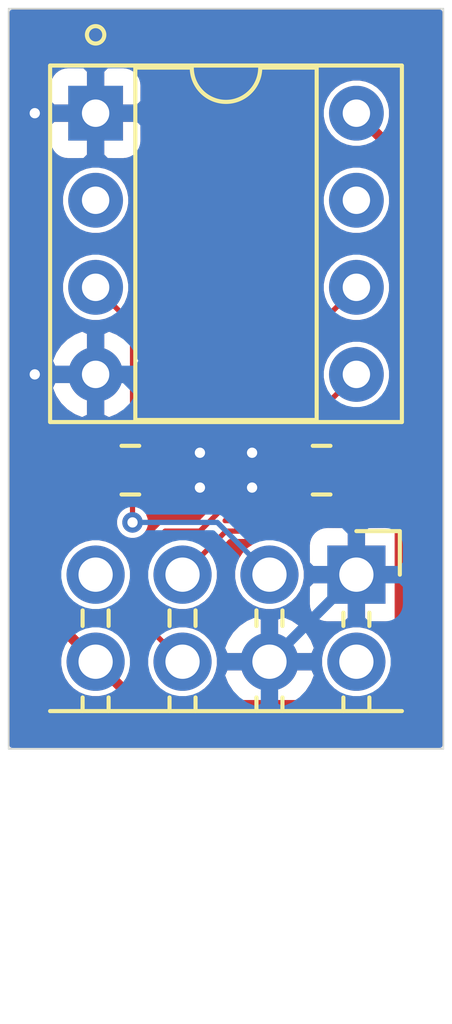
<source format=kicad_pcb>
(kicad_pcb (version 20171130) (host pcbnew "(5.1.5-0-10_14)")

  (general
    (thickness 1.6)
    (drawings 5)
    (tracks 58)
    (zones 0)
    (modules 4)
    (nets 10)
  )

  (page A4)
  (layers
    (0 F.Cu signal)
    (31 B.Cu signal)
    (32 B.Adhes user)
    (33 F.Adhes user)
    (34 B.Paste user)
    (35 F.Paste user)
    (36 B.SilkS user)
    (37 F.SilkS user)
    (38 B.Mask user)
    (39 F.Mask user)
    (40 Dwgs.User user)
    (41 Cmts.User user)
    (42 Eco1.User user)
    (43 Eco2.User user)
    (44 Edge.Cuts user)
    (45 Margin user)
    (46 B.CrtYd user)
    (47 F.CrtYd user)
    (48 B.Fab user hide)
    (49 F.Fab user hide)
  )

  (setup
    (last_trace_width 0.1524)
    (user_trace_width 0.1524)
    (user_trace_width 0.3048)
    (trace_clearance 0.1524)
    (zone_clearance 0)
    (zone_45_only no)
    (trace_min 0.1524)
    (via_size 0.6)
    (via_drill 0.3)
    (via_min_size 0.6)
    (via_min_drill 0.3)
    (user_via 0.6 0.3)
    (uvia_size 0.3)
    (uvia_drill 0.1)
    (uvias_allowed no)
    (uvia_min_size 0.2)
    (uvia_min_drill 0.1)
    (edge_width 0.05)
    (segment_width 0.2)
    (pcb_text_width 0.3)
    (pcb_text_size 1.5 1.5)
    (mod_edge_width 0.12)
    (mod_text_size 1 1)
    (mod_text_width 0.15)
    (pad_size 1.524 1.524)
    (pad_drill 0.762)
    (pad_to_mask_clearance 0.051)
    (solder_mask_min_width 0.25)
    (aux_axis_origin 0 0)
    (visible_elements FFFFFF7F)
    (pcbplotparams
      (layerselection 0x010fc_ffffffff)
      (usegerberextensions false)
      (usegerberattributes false)
      (usegerberadvancedattributes false)
      (creategerberjobfile false)
      (excludeedgelayer true)
      (linewidth 0.100000)
      (plotframeref false)
      (viasonmask false)
      (mode 1)
      (useauxorigin false)
      (hpglpennumber 1)
      (hpglpenspeed 20)
      (hpglpendiameter 15.000000)
      (psnegative false)
      (psa4output false)
      (plotreference true)
      (plotvalue true)
      (plotinvisibletext false)
      (padsonsilk false)
      (subtractmaskfromsilk false)
      (outputformat 1)
      (mirror false)
      (drillshape 0)
      (scaleselection 1)
      (outputdirectory "Gerbers/"))
  )

  (net 0 "")
  (net 1 GND)
  (net 2 +3V3)
  (net 3 "Net-(J1-Pad7)")
  (net 4 /COLD_RESET#)
  (net 5 /S_DAT)
  (net 6 /S_CLK)
  (net 7 "Net-(J1-Pad2)")
  (net 8 "Net-(U1-Pad7)")
  (net 9 "Net-(U1-Pad2)")

  (net_class Default "This is the default net class."
    (clearance 0.1524)
    (trace_width 0.1524)
    (via_dia 0.6)
    (via_drill 0.3)
    (uvia_dia 0.3)
    (uvia_drill 0.1)
    (add_net +3V3)
    (add_net /COLD_RESET#)
    (add_net /S_CLK)
    (add_net /S_DAT)
    (add_net GND)
    (add_net "Net-(J1-Pad2)")
    (add_net "Net-(J1-Pad7)")
    (add_net "Net-(U1-Pad2)")
    (add_net "Net-(U1-Pad7)")
  )

  (module connector:PinHeader_2x04_P2.54mm_Horizontal (layer F.Cu) (tedit 5EAE8D65) (tstamp 5EAE8C4C)
    (at 147.32 121.92 270)
    (descr "Through hole angled pin header, 2x04, 2.54mm pitch, 6mm pin length, double rows")
    (tags "Through hole angled pin header THT 2x04 2.54mm double row")
    (path /5EAEC905)
    (fp_text reference J1 (at -3.048 -1.524 180) (layer F.SilkS) hide
      (effects (font (size 1 1) (thickness 0.15)))
    )
    (fp_text value Conn_02x04_Counter_Clockwise (at 5.655 9.89 90) (layer F.Fab)
      (effects (font (size 1 1) (thickness 0.15)))
    )
    (fp_text user %R (at 5.31 3.81) (layer F.Fab)
      (effects (font (size 1 1) (thickness 0.15)))
    )
    (fp_line (start 13.1 -1.8) (end -1.8 -1.8) (layer F.CrtYd) (width 0.05))
    (fp_line (start 13.1 9.4) (end 13.1 -1.8) (layer F.CrtYd) (width 0.05))
    (fp_line (start -1.8 9.4) (end 13.1 9.4) (layer F.CrtYd) (width 0.05))
    (fp_line (start -1.8 -1.8) (end -1.8 9.4) (layer F.CrtYd) (width 0.05))
    (fp_line (start -1.27 -1.27) (end 0 -1.27) (layer F.SilkS) (width 0.12))
    (fp_line (start -1.27 0) (end -1.27 -1.27) (layer F.SilkS) (width 0.12))
    (fp_line (start 1.042929 8) (end 1.497071 8) (layer F.SilkS) (width 0.12))
    (fp_line (start 1.042929 7.24) (end 1.497071 7.24) (layer F.SilkS) (width 0.12))
    (fp_line (start 3.582929 8) (end 3.98 8) (layer F.SilkS) (width 0.12))
    (fp_line (start 3.582929 7.24) (end 3.98 7.24) (layer F.SilkS) (width 0.12))
    (fp_line (start 1.042929 5.46) (end 1.497071 5.46) (layer F.SilkS) (width 0.12))
    (fp_line (start 1.042929 4.7) (end 1.497071 4.7) (layer F.SilkS) (width 0.12))
    (fp_line (start 3.582929 5.46) (end 3.98 5.46) (layer F.SilkS) (width 0.12))
    (fp_line (start 3.582929 4.7) (end 3.98 4.7) (layer F.SilkS) (width 0.12))
    (fp_line (start 1.042929 2.92) (end 1.497071 2.92) (layer F.SilkS) (width 0.12))
    (fp_line (start 1.042929 2.16) (end 1.497071 2.16) (layer F.SilkS) (width 0.12))
    (fp_line (start 3.582929 2.92) (end 3.98 2.92) (layer F.SilkS) (width 0.12))
    (fp_line (start 3.582929 2.16) (end 3.98 2.16) (layer F.SilkS) (width 0.12))
    (fp_line (start 1.11 0.38) (end 1.497071 0.38) (layer F.SilkS) (width 0.12))
    (fp_line (start 1.11 -0.38) (end 1.497071 -0.38) (layer F.SilkS) (width 0.12))
    (fp_line (start 3.582929 0.38) (end 3.98 0.38) (layer F.SilkS) (width 0.12))
    (fp_line (start 3.582929 -0.38) (end 3.98 -0.38) (layer F.SilkS) (width 0.12))
    (fp_line (start 3.98 -1.33) (end 3.98 8.95) (layer F.SilkS) (width 0.12))
    (fp_line (start -0.32 7.94) (end 4.04 7.94) (layer F.Fab) (width 0.1))
    (fp_line (start -0.32 7.3) (end -0.32 7.94) (layer F.Fab) (width 0.1))
    (fp_line (start -0.32 7.3) (end 4.04 7.3) (layer F.Fab) (width 0.1))
    (fp_line (start -0.32 5.4) (end 4.04 5.4) (layer F.Fab) (width 0.1))
    (fp_line (start -0.32 4.76) (end -0.32 5.4) (layer F.Fab) (width 0.1))
    (fp_line (start -0.32 4.76) (end 4.04 4.76) (layer F.Fab) (width 0.1))
    (fp_line (start -0.32 2.86) (end 4.04 2.86) (layer F.Fab) (width 0.1))
    (fp_line (start -0.32 2.22) (end -0.32 2.86) (layer F.Fab) (width 0.1))
    (fp_line (start -0.32 2.22) (end 4.04 2.22) (layer F.Fab) (width 0.1))
    (fp_line (start -0.32 0.32) (end 4.04 0.32) (layer F.Fab) (width 0.1))
    (fp_line (start -0.32 -0.32) (end -0.32 0.32) (layer F.Fab) (width 0.1))
    (fp_line (start -0.32 -0.32) (end 4.04 -0.32) (layer F.Fab) (width 0.1))
    (fp_line (start 4.04 8.89) (end 4.04 -0.635) (layer F.Fab) (width 0.1))
    (pad 8 thru_hole oval (at 2.54 7.62 270) (size 1.7 1.7) (drill 1) (layers *.Cu *.Mask)
      (net 2 +3V3))
    (pad 7 thru_hole oval (at 0 7.62 270) (size 1.7 1.7) (drill 1) (layers *.Cu *.Mask)
      (net 3 "Net-(J1-Pad7)"))
    (pad 6 thru_hole oval (at 2.54 5.08 270) (size 1.7 1.7) (drill 1) (layers *.Cu *.Mask)
      (net 4 /COLD_RESET#))
    (pad 5 thru_hole oval (at 0 5.08 270) (size 1.7 1.7) (drill 1) (layers *.Cu *.Mask)
      (net 5 /S_DAT))
    (pad 4 thru_hole oval (at 2.54 2.54 270) (size 1.7 1.7) (drill 1) (layers *.Cu *.Mask)
      (net 1 GND))
    (pad 3 thru_hole oval (at 0 2.54 270) (size 1.7 1.7) (drill 1) (layers *.Cu *.Mask)
      (net 6 /S_CLK))
    (pad 2 thru_hole oval (at 2.54 0 270) (size 1.7 1.7) (drill 1) (layers *.Cu *.Mask)
      (net 7 "Net-(J1-Pad2)"))
    (pad 1 thru_hole rect (at 0 0 270) (size 1.7 1.7) (drill 1) (layers *.Cu *.Mask)
      (net 1 GND))
    (model ${KISYS3DMOD}/Connector_PinHeader_2.54mm.3dshapes/PinHeader_2x04_P2.54mm_Horizontal.wrl
      (at (xyz 0 0 0))
      (scale (xyz 1 1 1))
      (rotate (xyz 0 0 0))
    )
  )

  (module Package_DIP:DIP-8_W7.62mm_Socket (layer F.Cu) (tedit 5A02E8C5) (tstamp 5EAE899E)
    (at 139.7 108.458)
    (descr "8-lead though-hole mounted DIP package, row spacing 7.62 mm (300 mils), Socket")
    (tags "THT DIP DIL PDIP 2.54mm 7.62mm 300mil Socket")
    (path /5EAE906F)
    (fp_text reference U1 (at 3.81 -2.33) (layer F.SilkS) hide
      (effects (font (size 1 1) (thickness 0.15)))
    )
    (fp_text value BU9850 (at 3.81 9.95) (layer F.Fab)
      (effects (font (size 1 1) (thickness 0.15)))
    )
    (fp_text user %R (at 3.81 3.81) (layer F.Fab)
      (effects (font (size 1 1) (thickness 0.15)))
    )
    (fp_line (start 9.15 -1.6) (end -1.55 -1.6) (layer F.CrtYd) (width 0.05))
    (fp_line (start 9.15 9.2) (end 9.15 -1.6) (layer F.CrtYd) (width 0.05))
    (fp_line (start -1.55 9.2) (end 9.15 9.2) (layer F.CrtYd) (width 0.05))
    (fp_line (start -1.55 -1.6) (end -1.55 9.2) (layer F.CrtYd) (width 0.05))
    (fp_line (start 8.95 -1.39) (end -1.33 -1.39) (layer F.SilkS) (width 0.12))
    (fp_line (start 8.95 9.01) (end 8.95 -1.39) (layer F.SilkS) (width 0.12))
    (fp_line (start -1.33 9.01) (end 8.95 9.01) (layer F.SilkS) (width 0.12))
    (fp_line (start -1.33 -1.39) (end -1.33 9.01) (layer F.SilkS) (width 0.12))
    (fp_line (start 6.46 -1.33) (end 4.81 -1.33) (layer F.SilkS) (width 0.12))
    (fp_line (start 6.46 8.95) (end 6.46 -1.33) (layer F.SilkS) (width 0.12))
    (fp_line (start 1.16 8.95) (end 6.46 8.95) (layer F.SilkS) (width 0.12))
    (fp_line (start 1.16 -1.33) (end 1.16 8.95) (layer F.SilkS) (width 0.12))
    (fp_line (start 2.81 -1.33) (end 1.16 -1.33) (layer F.SilkS) (width 0.12))
    (fp_line (start 8.89 -1.33) (end -1.27 -1.33) (layer F.Fab) (width 0.1))
    (fp_line (start 8.89 8.95) (end 8.89 -1.33) (layer F.Fab) (width 0.1))
    (fp_line (start -1.27 8.95) (end 8.89 8.95) (layer F.Fab) (width 0.1))
    (fp_line (start -1.27 -1.33) (end -1.27 8.95) (layer F.Fab) (width 0.1))
    (fp_line (start 0.635 -0.27) (end 1.635 -1.27) (layer F.Fab) (width 0.1))
    (fp_line (start 0.635 8.89) (end 0.635 -0.27) (layer F.Fab) (width 0.1))
    (fp_line (start 6.985 8.89) (end 0.635 8.89) (layer F.Fab) (width 0.1))
    (fp_line (start 6.985 -1.27) (end 6.985 8.89) (layer F.Fab) (width 0.1))
    (fp_line (start 1.635 -1.27) (end 6.985 -1.27) (layer F.Fab) (width 0.1))
    (fp_arc (start 3.81 -1.33) (end 2.81 -1.33) (angle -180) (layer F.SilkS) (width 0.12))
    (pad 8 thru_hole oval (at 7.62 0) (size 1.6 1.6) (drill 0.8) (layers *.Cu *.Mask)
      (net 2 +3V3))
    (pad 4 thru_hole oval (at 0 7.62) (size 1.6 1.6) (drill 0.8) (layers *.Cu *.Mask)
      (net 1 GND))
    (pad 7 thru_hole oval (at 7.62 2.54) (size 1.6 1.6) (drill 0.8) (layers *.Cu *.Mask)
      (net 8 "Net-(U1-Pad7)"))
    (pad 3 thru_hole oval (at 0 5.08) (size 1.6 1.6) (drill 0.8) (layers *.Cu *.Mask)
      (net 6 /S_CLK))
    (pad 6 thru_hole oval (at 7.62 5.08) (size 1.6 1.6) (drill 0.8) (layers *.Cu *.Mask)
      (net 4 /COLD_RESET#))
    (pad 2 thru_hole oval (at 0 2.54) (size 1.6 1.6) (drill 0.8) (layers *.Cu *.Mask)
      (net 9 "Net-(U1-Pad2)"))
    (pad 5 thru_hole oval (at 7.62 7.62) (size 1.6 1.6) (drill 0.8) (layers *.Cu *.Mask)
      (net 5 /S_DAT))
    (pad 1 thru_hole rect (at 0 0) (size 1.6 1.6) (drill 0.8) (layers *.Cu *.Mask)
      (net 1 GND))
    (model ${KISYS3DMOD}/Package_DIP.3dshapes/DIP-8_W7.62mm_Socket.wrl
      (at (xyz 0 0 0))
      (scale (xyz 1 1 1))
      (rotate (xyz 0 0 0))
    )
  )

  (module Capacitor_SMD:C_0805_2012Metric (layer F.Cu) (tedit 5B36C52B) (tstamp 5EAE8921)
    (at 146.304 118.872 180)
    (descr "Capacitor SMD 0805 (2012 Metric), square (rectangular) end terminal, IPC_7351 nominal, (Body size source: https://docs.google.com/spreadsheets/d/1BsfQQcO9C6DZCsRaXUlFlo91Tg2WpOkGARC1WS5S8t0/edit?usp=sharing), generated with kicad-footprint-generator")
    (tags capacitor)
    (path /5EAF37C0)
    (attr smd)
    (fp_text reference C2 (at 0 -1.65) (layer F.SilkS) hide
      (effects (font (size 1 1) (thickness 0.15)))
    )
    (fp_text value 100n (at 0 1.65) (layer F.Fab)
      (effects (font (size 1 1) (thickness 0.15)))
    )
    (fp_text user %R (at 0 0) (layer F.Fab)
      (effects (font (size 0.5 0.5) (thickness 0.08)))
    )
    (fp_line (start 1.68 0.95) (end -1.68 0.95) (layer F.CrtYd) (width 0.05))
    (fp_line (start 1.68 -0.95) (end 1.68 0.95) (layer F.CrtYd) (width 0.05))
    (fp_line (start -1.68 -0.95) (end 1.68 -0.95) (layer F.CrtYd) (width 0.05))
    (fp_line (start -1.68 0.95) (end -1.68 -0.95) (layer F.CrtYd) (width 0.05))
    (fp_line (start -0.258578 0.71) (end 0.258578 0.71) (layer F.SilkS) (width 0.12))
    (fp_line (start -0.258578 -0.71) (end 0.258578 -0.71) (layer F.SilkS) (width 0.12))
    (fp_line (start 1 0.6) (end -1 0.6) (layer F.Fab) (width 0.1))
    (fp_line (start 1 -0.6) (end 1 0.6) (layer F.Fab) (width 0.1))
    (fp_line (start -1 -0.6) (end 1 -0.6) (layer F.Fab) (width 0.1))
    (fp_line (start -1 0.6) (end -1 -0.6) (layer F.Fab) (width 0.1))
    (pad 2 smd roundrect (at 0.9375 0 180) (size 0.975 1.4) (layers F.Cu F.Paste F.Mask) (roundrect_rratio 0.25)
      (net 1 GND))
    (pad 1 smd roundrect (at -0.9375 0 180) (size 0.975 1.4) (layers F.Cu F.Paste F.Mask) (roundrect_rratio 0.25)
      (net 2 +3V3))
    (model ${KISYS3DMOD}/Capacitor_SMD.3dshapes/C_0805_2012Metric.wrl
      (at (xyz 0 0 0))
      (scale (xyz 1 1 1))
      (rotate (xyz 0 0 0))
    )
  )

  (module Capacitor_SMD:C_0805_2012Metric (layer F.Cu) (tedit 5B36C52B) (tstamp 5EAE8910)
    (at 140.716 118.872)
    (descr "Capacitor SMD 0805 (2012 Metric), square (rectangular) end terminal, IPC_7351 nominal, (Body size source: https://docs.google.com/spreadsheets/d/1BsfQQcO9C6DZCsRaXUlFlo91Tg2WpOkGARC1WS5S8t0/edit?usp=sharing), generated with kicad-footprint-generator")
    (tags capacitor)
    (path /5EAF2264)
    (attr smd)
    (fp_text reference C1 (at 0 -1.65) (layer F.SilkS) hide
      (effects (font (size 1 1) (thickness 0.15)))
    )
    (fp_text value 2u2 (at 0 1.65) (layer F.Fab)
      (effects (font (size 1 1) (thickness 0.15)))
    )
    (fp_text user %R (at 0 0) (layer F.Fab)
      (effects (font (size 0.5 0.5) (thickness 0.08)))
    )
    (fp_line (start 1.68 0.95) (end -1.68 0.95) (layer F.CrtYd) (width 0.05))
    (fp_line (start 1.68 -0.95) (end 1.68 0.95) (layer F.CrtYd) (width 0.05))
    (fp_line (start -1.68 -0.95) (end 1.68 -0.95) (layer F.CrtYd) (width 0.05))
    (fp_line (start -1.68 0.95) (end -1.68 -0.95) (layer F.CrtYd) (width 0.05))
    (fp_line (start -0.258578 0.71) (end 0.258578 0.71) (layer F.SilkS) (width 0.12))
    (fp_line (start -0.258578 -0.71) (end 0.258578 -0.71) (layer F.SilkS) (width 0.12))
    (fp_line (start 1 0.6) (end -1 0.6) (layer F.Fab) (width 0.1))
    (fp_line (start 1 -0.6) (end 1 0.6) (layer F.Fab) (width 0.1))
    (fp_line (start -1 -0.6) (end 1 -0.6) (layer F.Fab) (width 0.1))
    (fp_line (start -1 0.6) (end -1 -0.6) (layer F.Fab) (width 0.1))
    (pad 2 smd roundrect (at 0.9375 0) (size 0.975 1.4) (layers F.Cu F.Paste F.Mask) (roundrect_rratio 0.25)
      (net 1 GND))
    (pad 1 smd roundrect (at -0.9375 0) (size 0.975 1.4) (layers F.Cu F.Paste F.Mask) (roundrect_rratio 0.25)
      (net 2 +3V3))
    (model ${KISYS3DMOD}/Capacitor_SMD.3dshapes/C_0805_2012Metric.wrl
      (at (xyz 0 0 0))
      (scale (xyz 1 1 1))
      (rotate (xyz 0 0 0))
    )
  )

  (gr_circle (center 139.7 106.172) (end 139.954 106.172) (layer F.SilkS) (width 0.12))
  (gr_line (start 137.16 105.41) (end 137.16 127) (layer Edge.Cuts) (width 0.05) (tstamp 5EAE9978))
  (gr_line (start 149.86 105.41) (end 137.16 105.41) (layer Edge.Cuts) (width 0.05))
  (gr_line (start 149.86 127) (end 149.86 105.41) (layer Edge.Cuts) (width 0.05))
  (gr_line (start 137.16 127) (end 149.86 127) (layer Edge.Cuts) (width 0.05))

  (via (at 137.922 116.078) (size 0.6) (drill 0.3) (layers F.Cu B.Cu) (net 1))
  (via (at 137.922 108.458) (size 0.6) (drill 0.3) (layers F.Cu B.Cu) (net 1))
  (via (at 142.748 118.364) (size 0.6) (drill 0.3) (layers F.Cu B.Cu) (net 1))
  (via (at 142.748 119.38) (size 0.6) (drill 0.3) (layers F.Cu B.Cu) (net 1))
  (via (at 144.272 118.364) (size 0.6) (drill 0.3) (layers F.Cu B.Cu) (net 1))
  (via (at 144.272 119.38) (size 0.6) (drill 0.3) (layers F.Cu B.Cu) (net 1))
  (segment (start 142.748 118.364) (end 142.24 118.872) (width 0.3048) (layer F.Cu) (net 1))
  (segment (start 142.24 118.872) (end 142.748 119.38) (width 0.3048) (layer F.Cu) (net 1))
  (segment (start 142.24 118.872) (end 141.6535 118.872) (width 0.3048) (layer F.Cu) (net 1))
  (segment (start 144.272 118.364) (end 144.78 118.872) (width 0.3048) (layer F.Cu) (net 1))
  (segment (start 144.78 118.872) (end 144.272 119.38) (width 0.3048) (layer F.Cu) (net 1))
  (segment (start 144.78 118.872) (end 145.3665 118.872) (width 0.3048) (layer F.Cu) (net 1))
  (segment (start 137.922 108.458) (end 139.7 108.458) (width 0.3048) (layer F.Cu) (net 1))
  (segment (start 137.922 116.078) (end 139.7 116.078) (width 0.3048) (layer F.Cu) (net 1))
  (segment (start 142.748 118.364) (end 144.272 118.364) (width 0.3048) (layer B.Cu) (net 1))
  (segment (start 140.462 116.078) (end 139.7 116.078) (width 0.3048) (layer B.Cu) (net 1))
  (segment (start 142.748 118.364) (end 140.462 116.078) (width 0.3048) (layer B.Cu) (net 1))
  (segment (start 144.272 119.804264) (end 144.863736 120.396) (width 0.3048) (layer B.Cu) (net 1))
  (segment (start 144.272 119.38) (end 144.272 119.804264) (width 0.3048) (layer B.Cu) (net 1))
  (segment (start 147.32 120.7652) (end 147.32 121.92) (width 0.3048) (layer B.Cu) (net 1))
  (segment (start 146.9508 120.396) (end 147.32 120.7652) (width 0.3048) (layer B.Cu) (net 1))
  (segment (start 144.863736 120.396) (end 146.9508 120.396) (width 0.3048) (layer B.Cu) (net 1))
  (segment (start 147.32 121.92) (end 144.78 124.46) (width 0.3048) (layer B.Cu) (net 1))
  (segment (start 138.43 120.2205) (end 139.7785 118.872) (width 0.3048) (layer F.Cu) (net 2))
  (segment (start 138.43 123.19) (end 138.43 120.2205) (width 0.3048) (layer F.Cu) (net 2))
  (segment (start 139.7 124.46) (end 138.43 123.19) (width 0.3048) (layer F.Cu) (net 2))
  (segment (start 140.549999 125.309999) (end 139.7 124.46) (width 0.3048) (layer F.Cu) (net 2))
  (segment (start 147.828 125.73) (end 140.97 125.73) (width 0.3048) (layer F.Cu) (net 2))
  (segment (start 148.59 124.968) (end 147.828 125.73) (width 0.3048) (layer F.Cu) (net 2))
  (segment (start 140.97 125.73) (end 140.549999 125.309999) (width 0.3048) (layer F.Cu) (net 2))
  (segment (start 148.59 120.2205) (end 148.59 124.968) (width 0.3048) (layer F.Cu) (net 2))
  (segment (start 147.2415 118.872) (end 148.59 120.2205) (width 0.3048) (layer F.Cu) (net 2))
  (segment (start 148.119999 109.257999) (end 147.32 108.458) (width 0.3048) (layer F.Cu) (net 2))
  (segment (start 148.59 109.728) (end 148.119999 109.257999) (width 0.3048) (layer F.Cu) (net 2))
  (segment (start 147.2415 118.172) (end 148.59 116.8235) (width 0.3048) (layer F.Cu) (net 2))
  (segment (start 148.59 116.8235) (end 148.59 109.728) (width 0.3048) (layer F.Cu) (net 2))
  (segment (start 147.2415 118.872) (end 147.2415 118.172) (width 0.3048) (layer F.Cu) (net 2))
  (segment (start 141.390001 123.610001) (end 142.24 124.46) (width 0.1524) (layer F.Cu) (net 4))
  (segment (start 140.97 123.19) (end 141.390001 123.610001) (width 0.1524) (layer F.Cu) (net 4))
  (segment (start 140.97 121.412) (end 140.97 123.19) (width 0.1524) (layer F.Cu) (net 4))
  (segment (start 147.32 113.538) (end 143.51 117.348) (width 0.1524) (layer F.Cu) (net 4))
  (segment (start 143.51 117.348) (end 143.51 119.888) (width 0.1524) (layer F.Cu) (net 4))
  (segment (start 141.732 120.65) (end 140.97 121.412) (width 0.1524) (layer F.Cu) (net 4))
  (segment (start 142.748 120.65) (end 141.732 120.65) (width 0.1524) (layer F.Cu) (net 4))
  (segment (start 143.51 119.888) (end 142.748 120.65) (width 0.1524) (layer F.Cu) (net 4))
  (segment (start 143.51 120.65) (end 143.089999 121.070001) (width 0.1524) (layer F.Cu) (net 5))
  (segment (start 145.542 120.65) (end 143.51 120.65) (width 0.1524) (layer F.Cu) (net 5))
  (segment (start 146.304 119.888) (end 145.542 120.65) (width 0.1524) (layer F.Cu) (net 5))
  (segment (start 143.089999 121.070001) (end 142.24 121.92) (width 0.1524) (layer F.Cu) (net 5))
  (segment (start 146.304 117.094) (end 146.304 119.888) (width 0.1524) (layer F.Cu) (net 5))
  (segment (start 147.32 116.078) (end 146.304 117.094) (width 0.1524) (layer F.Cu) (net 5))
  (segment (start 140.499999 114.337999) (end 139.7 113.538) (width 0.1524) (layer F.Cu) (net 6))
  (segment (start 140.778601 114.616601) (end 140.499999 114.337999) (width 0.1524) (layer F.Cu) (net 6))
  (segment (start 140.778601 120.396) (end 140.778601 120.396) (width 0.1524) (layer F.Cu) (net 6))
  (segment (start 140.778601 120.396) (end 140.778601 114.616601) (width 0.1524) (layer F.Cu) (net 6) (tstamp 5EAE942D))
  (via (at 140.778601 120.396) (size 0.6) (drill 0.3) (layers F.Cu B.Cu) (net 6))
  (segment (start 143.256 120.396) (end 144.78 121.92) (width 0.1524) (layer B.Cu) (net 6))
  (segment (start 140.778601 120.396) (end 143.256 120.396) (width 0.1524) (layer B.Cu) (net 6))

  (zone (net 1) (net_name GND) (layer F.Cu) (tstamp 5EB221BA) (hatch edge 0.508)
    (connect_pads (clearance 0))
    (min_thickness 0.1524)
    (fill yes (arc_segments 32) (thermal_gap 0.508) (thermal_bridge_width 0.508))
    (polygon
      (pts
        (xy 150.114 127.254) (xy 136.906 127.254) (xy 136.906 105.156) (xy 150.114 105.156)
      )
    )
    (filled_polygon
      (pts
        (xy 149.7588 126.8988) (xy 137.2612 126.8988) (xy 137.2612 120.2205) (xy 138.047157 120.2205) (xy 138.049001 120.23922)
        (xy 138.049 123.17129) (xy 138.047157 123.19) (xy 138.049 123.20871) (xy 138.049 123.208712) (xy 138.054513 123.264688)
        (xy 138.067411 123.307206) (xy 138.076299 123.336507) (xy 138.111678 123.402696) (xy 138.113616 123.405057) (xy 138.159289 123.460711)
        (xy 138.173832 123.472646) (xy 138.71666 124.015475) (xy 138.66285 124.145384) (xy 138.6214 124.353767) (xy 138.6214 124.566233)
        (xy 138.66285 124.774616) (xy 138.744157 124.970909) (xy 138.862197 125.147567) (xy 139.012433 125.297803) (xy 139.189091 125.415843)
        (xy 139.385384 125.49715) (xy 139.593767 125.5386) (xy 139.806233 125.5386) (xy 140.014616 125.49715) (xy 140.144525 125.44334)
        (xy 140.293823 125.592638) (xy 140.293828 125.592642) (xy 140.687359 125.986173) (xy 140.699289 126.000711) (xy 140.713824 126.012639)
        (xy 140.757303 126.048322) (xy 140.823492 126.083701) (xy 140.895311 126.105487) (xy 140.951287 126.111) (xy 140.951289 126.111)
        (xy 140.969999 126.112843) (xy 140.988709 126.111) (xy 147.80929 126.111) (xy 147.828 126.112843) (xy 147.84671 126.111)
        (xy 147.846713 126.111) (xy 147.902689 126.105487) (xy 147.974508 126.083701) (xy 148.040696 126.048322) (xy 148.098711 126.000711)
        (xy 148.110646 125.986168) (xy 148.846174 125.250641) (xy 148.860711 125.238711) (xy 148.88425 125.210028) (xy 148.908322 125.180697)
        (xy 148.943701 125.114508) (xy 148.94892 125.097302) (xy 148.965487 125.042689) (xy 148.971 124.986713) (xy 148.971 124.98671)
        (xy 148.972843 124.968) (xy 148.971 124.94929) (xy 148.971 120.23921) (xy 148.972843 120.2205) (xy 148.968798 120.179432)
        (xy 148.965487 120.145811) (xy 148.943701 120.073992) (xy 148.935237 120.058157) (xy 148.908322 120.007803) (xy 148.872639 119.964324)
        (xy 148.860711 119.949789) (xy 148.846175 119.93786) (xy 147.958706 119.050392) (xy 147.958706 118.41575) (xy 147.949609 118.323383)
        (xy 147.922666 118.234566) (xy 147.878914 118.152712) (xy 147.843164 118.10915) (xy 148.846175 117.10614) (xy 148.860711 117.094211)
        (xy 148.884651 117.06504) (xy 148.908322 117.036197) (xy 148.943701 116.970008) (xy 148.945116 116.965344) (xy 148.965487 116.898189)
        (xy 148.971 116.842213) (xy 148.971 116.84221) (xy 148.972843 116.8235) (xy 148.971 116.80479) (xy 148.971 109.74671)
        (xy 148.972843 109.728) (xy 148.969706 109.69615) (xy 148.965487 109.653311) (xy 148.943701 109.581492) (xy 148.921864 109.540638)
        (xy 148.908322 109.515303) (xy 148.872639 109.471824) (xy 148.860711 109.457289) (xy 148.846173 109.445359) (xy 148.402642 109.001828)
        (xy 148.402638 109.001823) (xy 148.265072 108.864257) (xy 148.309072 108.758032) (xy 148.3486 108.559308) (xy 148.3486 108.356692)
        (xy 148.309072 108.157968) (xy 148.231534 107.970775) (xy 148.118966 107.802306) (xy 147.975694 107.659034) (xy 147.807225 107.546466)
        (xy 147.620032 107.468928) (xy 147.421308 107.4294) (xy 147.218692 107.4294) (xy 147.019968 107.468928) (xy 146.832775 107.546466)
        (xy 146.664306 107.659034) (xy 146.521034 107.802306) (xy 146.408466 107.970775) (xy 146.330928 108.157968) (xy 146.2914 108.356692)
        (xy 146.2914 108.559308) (xy 146.330928 108.758032) (xy 146.408466 108.945225) (xy 146.521034 109.113694) (xy 146.664306 109.256966)
        (xy 146.832775 109.369534) (xy 147.019968 109.447072) (xy 147.218692 109.4866) (xy 147.421308 109.4866) (xy 147.620032 109.447072)
        (xy 147.726257 109.403072) (xy 147.863823 109.540638) (xy 147.863828 109.540642) (xy 148.209001 109.885816) (xy 148.209001 110.477052)
        (xy 148.118966 110.342306) (xy 147.975694 110.199034) (xy 147.807225 110.086466) (xy 147.620032 110.008928) (xy 147.421308 109.9694)
        (xy 147.218692 109.9694) (xy 147.019968 110.008928) (xy 146.832775 110.086466) (xy 146.664306 110.199034) (xy 146.521034 110.342306)
        (xy 146.408466 110.510775) (xy 146.330928 110.697968) (xy 146.2914 110.896692) (xy 146.2914 111.099308) (xy 146.330928 111.298032)
        (xy 146.408466 111.485225) (xy 146.521034 111.653694) (xy 146.664306 111.796966) (xy 146.832775 111.909534) (xy 147.019968 111.987072)
        (xy 147.218692 112.0266) (xy 147.421308 112.0266) (xy 147.620032 111.987072) (xy 147.807225 111.909534) (xy 147.975694 111.796966)
        (xy 148.118966 111.653694) (xy 148.209001 111.518948) (xy 148.209001 113.017051) (xy 148.118966 112.882306) (xy 147.975694 112.739034)
        (xy 147.807225 112.626466) (xy 147.620032 112.548928) (xy 147.421308 112.5094) (xy 147.218692 112.5094) (xy 147.019968 112.548928)
        (xy 146.832775 112.626466) (xy 146.664306 112.739034) (xy 146.521034 112.882306) (xy 146.408466 113.050775) (xy 146.330928 113.237968)
        (xy 146.2914 113.436692) (xy 146.2914 113.639308) (xy 146.330928 113.838032) (xy 146.406491 114.020457) (xy 143.305061 117.121888)
        (xy 143.293432 117.131432) (xy 143.255342 117.177844) (xy 143.22704 117.230795) (xy 143.209611 117.28825) (xy 143.2052 117.333035)
        (xy 143.2052 117.333042) (xy 143.203727 117.348) (xy 143.2052 117.362958) (xy 143.205201 119.761747) (xy 142.621749 120.3452)
        (xy 141.746958 120.3452) (xy 141.732 120.343727) (xy 141.717042 120.3452) (xy 141.717034 120.3452) (xy 141.677403 120.349103)
        (xy 141.672248 120.349611) (xy 141.614903 120.367007) (xy 141.614794 120.36704) (xy 141.561843 120.395342) (xy 141.515432 120.433432)
        (xy 141.505892 120.445056) (xy 140.765061 121.185888) (xy 140.753432 121.195432) (xy 140.715342 121.241844) (xy 140.68704 121.294795)
        (xy 140.669611 121.35225) (xy 140.6652 121.397035) (xy 140.6652 121.397042) (xy 140.663727 121.412) (xy 140.6652 121.426958)
        (xy 140.6652 121.431681) (xy 140.655843 121.409091) (xy 140.537803 121.232433) (xy 140.387567 121.082197) (xy 140.210909 120.964157)
        (xy 140.014616 120.88285) (xy 139.806233 120.8414) (xy 139.593767 120.8414) (xy 139.385384 120.88285) (xy 139.189091 120.964157)
        (xy 139.012433 121.082197) (xy 138.862197 121.232433) (xy 138.811 121.309054) (xy 138.811 120.378314) (xy 139.407337 119.781978)
        (xy 139.442383 119.792609) (xy 139.53475 119.801706) (xy 140.02225 119.801706) (xy 140.114617 119.792609) (xy 140.203434 119.765666)
        (xy 140.285288 119.721914) (xy 140.357034 119.663034) (xy 140.415914 119.591288) (xy 140.459666 119.509434) (xy 140.473801 119.462838)
        (xy 140.473801 119.963918) (xy 140.441638 119.985409) (xy 140.36801 120.059037) (xy 140.310161 120.145614) (xy 140.270314 120.241813)
        (xy 140.250001 120.343937) (xy 140.250001 120.448063) (xy 140.270314 120.550187) (xy 140.310161 120.646386) (xy 140.36801 120.732963)
        (xy 140.441638 120.806591) (xy 140.528215 120.86444) (xy 140.624414 120.904287) (xy 140.726538 120.9246) (xy 140.830664 120.9246)
        (xy 140.932788 120.904287) (xy 141.028987 120.86444) (xy 141.115564 120.806591) (xy 141.189192 120.732963) (xy 141.247041 120.646386)
        (xy 141.286888 120.550187) (xy 141.307201 120.448063) (xy 141.307201 120.343937) (xy 141.286888 120.241813) (xy 141.251982 120.157542)
        (xy 141.32965 120.1562) (xy 141.4757 120.01015) (xy 141.4757 119.0498) (xy 141.8313 119.0498) (xy 141.8313 120.01015)
        (xy 141.97735 120.1562) (xy 142.141 120.159027) (xy 142.255523 120.147747) (xy 142.365646 120.114342) (xy 142.467135 120.060095)
        (xy 142.556091 119.987091) (xy 142.629095 119.898135) (xy 142.683342 119.796646) (xy 142.716747 119.686523) (xy 142.728027 119.572)
        (xy 142.7252 119.19585) (xy 142.57915 119.0498) (xy 141.8313 119.0498) (xy 141.4757 119.0498) (xy 141.4557 119.0498)
        (xy 141.4557 118.6942) (xy 141.4757 118.6942) (xy 141.4757 117.73385) (xy 141.8313 117.73385) (xy 141.8313 118.6942)
        (xy 142.57915 118.6942) (xy 142.7252 118.54815) (xy 142.728027 118.172) (xy 142.716747 118.057477) (xy 142.683342 117.947354)
        (xy 142.629095 117.845865) (xy 142.556091 117.756909) (xy 142.467135 117.683905) (xy 142.365646 117.629658) (xy 142.255523 117.596253)
        (xy 142.141 117.584973) (xy 141.97735 117.5878) (xy 141.8313 117.73385) (xy 141.4757 117.73385) (xy 141.32965 117.5878)
        (xy 141.166 117.584973) (xy 141.083401 117.593109) (xy 141.083401 114.631559) (xy 141.084874 114.616601) (xy 141.083401 114.601643)
        (xy 141.083401 114.601635) (xy 141.07899 114.55685) (xy 141.078298 114.554567) (xy 141.061561 114.499395) (xy 141.033259 114.446444)
        (xy 140.995169 114.400033) (xy 140.983545 114.390493) (xy 140.726111 114.13306) (xy 140.726107 114.133055) (xy 140.613509 114.020457)
        (xy 140.689072 113.838032) (xy 140.7286 113.639308) (xy 140.7286 113.436692) (xy 140.689072 113.237968) (xy 140.611534 113.050775)
        (xy 140.498966 112.882306) (xy 140.355694 112.739034) (xy 140.187225 112.626466) (xy 140.000032 112.548928) (xy 139.801308 112.5094)
        (xy 139.598692 112.5094) (xy 139.399968 112.548928) (xy 139.212775 112.626466) (xy 139.044306 112.739034) (xy 138.901034 112.882306)
        (xy 138.788466 113.050775) (xy 138.710928 113.237968) (xy 138.6714 113.436692) (xy 138.6714 113.639308) (xy 138.710928 113.838032)
        (xy 138.788466 114.025225) (xy 138.901034 114.193694) (xy 139.044306 114.336966) (xy 139.212775 114.449534) (xy 139.399968 114.527072)
        (xy 139.598692 114.5666) (xy 139.801308 114.5666) (xy 140.000032 114.527072) (xy 140.182457 114.451509) (xy 140.295055 114.564107)
        (xy 140.29506 114.564111) (xy 140.473802 114.742854) (xy 140.473802 114.938115) (xy 140.341939 114.851646) (xy 140.090355 114.749974)
        (xy 139.8778 114.851309) (xy 139.8778 115.9002) (xy 140.473802 115.9002) (xy 140.473802 116.2558) (xy 139.8778 116.2558)
        (xy 139.8778 117.304691) (xy 140.090355 117.406026) (xy 140.341939 117.304354) (xy 140.473802 117.217885) (xy 140.473801 118.281163)
        (xy 140.459666 118.234566) (xy 140.415914 118.152712) (xy 140.357034 118.080966) (xy 140.285288 118.022086) (xy 140.203434 117.978334)
        (xy 140.114617 117.951391) (xy 140.02225 117.942294) (xy 139.53475 117.942294) (xy 139.442383 117.951391) (xy 139.353566 117.978334)
        (xy 139.271712 118.022086) (xy 139.199966 118.080966) (xy 139.141086 118.152712) (xy 139.097334 118.234566) (xy 139.070391 118.323383)
        (xy 139.061294 118.41575) (xy 139.061294 119.050391) (xy 138.173827 119.937859) (xy 138.15929 119.949789) (xy 138.147362 119.964324)
        (xy 138.147361 119.964325) (xy 138.111678 120.007804) (xy 138.076299 120.073993) (xy 138.07108 120.0912) (xy 138.055471 120.142658)
        (xy 138.054514 120.145812) (xy 138.047157 120.2205) (xy 137.2612 120.2205) (xy 137.2612 116.468354) (xy 138.371982 116.468354)
        (xy 138.378917 116.491244) (xy 138.484921 116.741034) (xy 138.63762 116.965344) (xy 138.831146 117.155554) (xy 139.058061 117.304354)
        (xy 139.309645 117.406026) (xy 139.5222 117.304691) (xy 139.5222 116.2558) (xy 138.474683 116.2558) (xy 138.371982 116.468354)
        (xy 137.2612 116.468354) (xy 137.2612 115.687646) (xy 138.371982 115.687646) (xy 138.474683 115.9002) (xy 139.5222 115.9002)
        (xy 139.5222 114.851309) (xy 139.309645 114.749974) (xy 139.058061 114.851646) (xy 138.831146 115.000446) (xy 138.63762 115.190656)
        (xy 138.484921 115.414966) (xy 138.378917 115.664756) (xy 138.371982 115.687646) (xy 137.2612 115.687646) (xy 137.2612 110.896692)
        (xy 138.6714 110.896692) (xy 138.6714 111.099308) (xy 138.710928 111.298032) (xy 138.788466 111.485225) (xy 138.901034 111.653694)
        (xy 139.044306 111.796966) (xy 139.212775 111.909534) (xy 139.399968 111.987072) (xy 139.598692 112.0266) (xy 139.801308 112.0266)
        (xy 140.000032 111.987072) (xy 140.187225 111.909534) (xy 140.355694 111.796966) (xy 140.498966 111.653694) (xy 140.611534 111.485225)
        (xy 140.689072 111.298032) (xy 140.7286 111.099308) (xy 140.7286 110.896692) (xy 140.689072 110.697968) (xy 140.611534 110.510775)
        (xy 140.498966 110.342306) (xy 140.355694 110.199034) (xy 140.187225 110.086466) (xy 140.000032 110.008928) (xy 139.801308 109.9694)
        (xy 139.598692 109.9694) (xy 139.399968 110.008928) (xy 139.212775 110.086466) (xy 139.044306 110.199034) (xy 138.901034 110.342306)
        (xy 138.788466 110.510775) (xy 138.710928 110.697968) (xy 138.6714 110.896692) (xy 137.2612 110.896692) (xy 137.2612 109.258)
        (xy 138.312973 109.258) (xy 138.324253 109.372523) (xy 138.357658 109.482646) (xy 138.411905 109.584135) (xy 138.484909 109.673091)
        (xy 138.573865 109.746095) (xy 138.675354 109.800342) (xy 138.785477 109.833747) (xy 138.9 109.845027) (xy 139.37615 109.8422)
        (xy 139.5222 109.69615) (xy 139.5222 108.6358) (xy 139.8778 108.6358) (xy 139.8778 109.69615) (xy 140.02385 109.8422)
        (xy 140.5 109.845027) (xy 140.614523 109.833747) (xy 140.724646 109.800342) (xy 140.826135 109.746095) (xy 140.915091 109.673091)
        (xy 140.988095 109.584135) (xy 141.042342 109.482646) (xy 141.075747 109.372523) (xy 141.087027 109.258) (xy 141.0842 108.78185)
        (xy 140.93815 108.6358) (xy 139.8778 108.6358) (xy 139.5222 108.6358) (xy 138.46185 108.6358) (xy 138.3158 108.78185)
        (xy 138.312973 109.258) (xy 137.2612 109.258) (xy 137.2612 107.658) (xy 138.312973 107.658) (xy 138.3158 108.13415)
        (xy 138.46185 108.2802) (xy 139.5222 108.2802) (xy 139.5222 107.21985) (xy 139.8778 107.21985) (xy 139.8778 108.2802)
        (xy 140.93815 108.2802) (xy 141.0842 108.13415) (xy 141.087027 107.658) (xy 141.075747 107.543477) (xy 141.042342 107.433354)
        (xy 140.988095 107.331865) (xy 140.915091 107.242909) (xy 140.826135 107.169905) (xy 140.724646 107.115658) (xy 140.614523 107.082253)
        (xy 140.5 107.070973) (xy 140.02385 107.0738) (xy 139.8778 107.21985) (xy 139.5222 107.21985) (xy 139.37615 107.0738)
        (xy 138.9 107.070973) (xy 138.785477 107.082253) (xy 138.675354 107.115658) (xy 138.573865 107.169905) (xy 138.484909 107.242909)
        (xy 138.411905 107.331865) (xy 138.357658 107.433354) (xy 138.324253 107.543477) (xy 138.312973 107.658) (xy 137.2612 107.658)
        (xy 137.2612 105.5112) (xy 149.758801 105.5112)
      )
    )
    (filled_polygon
      (pts
        (xy 146.662966 119.663034) (xy 146.734712 119.721914) (xy 146.816566 119.765666) (xy 146.905383 119.792609) (xy 146.99775 119.801706)
        (xy 147.48525 119.801706) (xy 147.577617 119.792609) (xy 147.612663 119.781978) (xy 148.209 120.378315) (xy 148.209 120.486814)
        (xy 148.17 120.482973) (xy 147.64385 120.4858) (xy 147.4978 120.63185) (xy 147.4978 121.7422) (xy 147.5178 121.7422)
        (xy 147.5178 122.0978) (xy 147.4978 122.0978) (xy 147.4978 123.20815) (xy 147.64385 123.3542) (xy 148.17 123.357027)
        (xy 148.209001 123.353186) (xy 148.209001 123.849055) (xy 148.157803 123.772433) (xy 148.007567 123.622197) (xy 147.830909 123.504157)
        (xy 147.634616 123.42285) (xy 147.426233 123.3814) (xy 147.213767 123.3814) (xy 147.005384 123.42285) (xy 146.809091 123.504157)
        (xy 146.632433 123.622197) (xy 146.482197 123.772433) (xy 146.364157 123.949091) (xy 146.28285 124.145384) (xy 146.2414 124.353767)
        (xy 146.2414 124.566233) (xy 146.28285 124.774616) (xy 146.364157 124.970909) (xy 146.482197 125.147567) (xy 146.632433 125.297803)
        (xy 146.709054 125.349) (xy 145.904548 125.349) (xy 146.053641 125.119385) (xy 146.157808 124.85824) (xy 146.057093 124.6378)
        (xy 144.9578 124.6378) (xy 144.9578 124.6578) (xy 144.6022 124.6578) (xy 144.6022 124.6378) (xy 143.502907 124.6378)
        (xy 143.402192 124.85824) (xy 143.506359 125.119385) (xy 143.655452 125.349) (xy 142.850946 125.349) (xy 142.927567 125.297803)
        (xy 143.077803 125.147567) (xy 143.195843 124.970909) (xy 143.27715 124.774616) (xy 143.3186 124.566233) (xy 143.3186 124.353767)
        (xy 143.27715 124.145384) (xy 143.242512 124.06176) (xy 143.402192 124.06176) (xy 143.502907 124.2822) (xy 144.6022 124.2822)
        (xy 144.6022 123.18418) (xy 144.9578 123.18418) (xy 144.9578 124.2822) (xy 146.057093 124.2822) (xy 146.157808 124.06176)
        (xy 146.053641 123.800615) (xy 145.900529 123.56481) (xy 145.704355 123.363406) (xy 145.472659 123.204144) (xy 145.214344 123.093144)
        (xy 145.178239 123.082199) (xy 144.9578 123.18418) (xy 144.6022 123.18418) (xy 144.381761 123.082199) (xy 144.345656 123.093144)
        (xy 144.087341 123.204144) (xy 143.855645 123.363406) (xy 143.659471 123.56481) (xy 143.506359 123.800615) (xy 143.402192 124.06176)
        (xy 143.242512 124.06176) (xy 143.195843 123.949091) (xy 143.077803 123.772433) (xy 142.927567 123.622197) (xy 142.750909 123.504157)
        (xy 142.554616 123.42285) (xy 142.346233 123.3814) (xy 142.133767 123.3814) (xy 141.925384 123.42285) (xy 141.729091 123.504157)
        (xy 141.720769 123.509718) (xy 141.616113 123.405062) (xy 141.616109 123.405057) (xy 141.2748 123.063749) (xy 141.2748 122.408319)
        (xy 141.284157 122.430909) (xy 141.402197 122.607567) (xy 141.552433 122.757803) (xy 141.729091 122.875843) (xy 141.925384 122.95715)
        (xy 142.133767 122.9986) (xy 142.346233 122.9986) (xy 142.554616 122.95715) (xy 142.750909 122.875843) (xy 142.927567 122.757803)
        (xy 143.077803 122.607567) (xy 143.195843 122.430909) (xy 143.27715 122.234616) (xy 143.3186 122.026233) (xy 143.3186 121.813767)
        (xy 143.27715 121.605384) (xy 143.195843 121.409091) (xy 143.190283 121.400769) (xy 143.316107 121.274945) (xy 143.316111 121.27494)
        (xy 143.636252 120.9548) (xy 144.291681 120.9548) (xy 144.269091 120.964157) (xy 144.092433 121.082197) (xy 143.942197 121.232433)
        (xy 143.824157 121.409091) (xy 143.74285 121.605384) (xy 143.7014 121.813767) (xy 143.7014 122.026233) (xy 143.74285 122.234616)
        (xy 143.824157 122.430909) (xy 143.942197 122.607567) (xy 144.092433 122.757803) (xy 144.269091 122.875843) (xy 144.465384 122.95715)
        (xy 144.673767 122.9986) (xy 144.886233 122.9986) (xy 145.094616 122.95715) (xy 145.290909 122.875843) (xy 145.449313 122.77)
        (xy 145.882973 122.77) (xy 145.894253 122.884523) (xy 145.927658 122.994646) (xy 145.981905 123.096135) (xy 146.054909 123.185091)
        (xy 146.143865 123.258095) (xy 146.245354 123.312342) (xy 146.355477 123.345747) (xy 146.47 123.357027) (xy 146.99615 123.3542)
        (xy 147.1422 123.20815) (xy 147.1422 122.0978) (xy 146.03185 122.0978) (xy 145.8858 122.24385) (xy 145.882973 122.77)
        (xy 145.449313 122.77) (xy 145.467567 122.757803) (xy 145.617803 122.607567) (xy 145.735843 122.430909) (xy 145.81715 122.234616)
        (xy 145.8586 122.026233) (xy 145.8586 121.813767) (xy 145.81715 121.605384) (xy 145.735843 121.409091) (xy 145.617803 121.232433)
        (xy 145.467567 121.082197) (xy 145.449314 121.07) (xy 145.882973 121.07) (xy 145.8858 121.59615) (xy 146.03185 121.7422)
        (xy 147.1422 121.7422) (xy 147.1422 120.63185) (xy 146.99615 120.4858) (xy 146.47 120.482973) (xy 146.355477 120.494253)
        (xy 146.245354 120.527658) (xy 146.143865 120.581905) (xy 146.054909 120.654909) (xy 145.981905 120.743865) (xy 145.927658 120.845354)
        (xy 145.894253 120.955477) (xy 145.882973 121.07) (xy 145.449314 121.07) (xy 145.290909 120.964157) (xy 145.268319 120.9548)
        (xy 145.527042 120.9548) (xy 145.542 120.956273) (xy 145.556958 120.9548) (xy 145.556966 120.9548) (xy 145.601751 120.950389)
        (xy 145.659206 120.93296) (xy 145.712157 120.904658) (xy 145.758568 120.866568) (xy 145.768112 120.854939) (xy 146.508944 120.114108)
        (xy 146.520568 120.104568) (xy 146.558658 120.058157) (xy 146.58696 120.005206) (xy 146.592455 119.987091) (xy 146.604389 119.947752)
        (xy 146.604897 119.942597) (xy 146.6088 119.902966) (xy 146.6088 119.902958) (xy 146.610273 119.888) (xy 146.6088 119.873042)
        (xy 146.6088 119.597032)
      )
    )
    (filled_polygon
      (pts
        (xy 148.209 115.557051) (xy 148.118966 115.422306) (xy 147.975694 115.279034) (xy 147.807225 115.166466) (xy 147.620032 115.088928)
        (xy 147.421308 115.0494) (xy 147.218692 115.0494) (xy 147.019968 115.088928) (xy 146.832775 115.166466) (xy 146.664306 115.279034)
        (xy 146.521034 115.422306) (xy 146.408466 115.590775) (xy 146.330928 115.777968) (xy 146.2914 115.976692) (xy 146.2914 116.179308)
        (xy 146.330928 116.378032) (xy 146.406491 116.560457) (xy 146.099061 116.867888) (xy 146.087432 116.877432) (xy 146.049342 116.923844)
        (xy 146.02104 116.976795) (xy 146.003611 117.03425) (xy 145.9992 117.079035) (xy 145.9992 117.079042) (xy 145.997727 117.094)
        (xy 145.9992 117.108958) (xy 145.9992 117.605559) (xy 145.968523 117.596253) (xy 145.854 117.584973) (xy 145.69035 117.5878)
        (xy 145.5443 117.73385) (xy 145.5443 118.6942) (xy 145.5643 118.6942) (xy 145.5643 119.0498) (xy 145.5443 119.0498)
        (xy 145.5443 120.01015) (xy 145.647549 120.113399) (xy 145.415749 120.3452) (xy 143.524957 120.3452) (xy 143.509999 120.343727)
        (xy 143.495041 120.3452) (xy 143.495034 120.3452) (xy 143.48263 120.346422) (xy 143.714944 120.114108) (xy 143.726568 120.104568)
        (xy 143.764658 120.058157) (xy 143.79296 120.005206) (xy 143.798455 119.987091) (xy 143.810389 119.947752) (xy 143.810897 119.942597)
        (xy 143.8148 119.902966) (xy 143.8148 119.902958) (xy 143.816273 119.888) (xy 143.8148 119.873042) (xy 143.8148 119.572)
        (xy 144.291973 119.572) (xy 144.303253 119.686523) (xy 144.336658 119.796646) (xy 144.390905 119.898135) (xy 144.463909 119.987091)
        (xy 144.552865 120.060095) (xy 144.654354 120.114342) (xy 144.764477 120.147747) (xy 144.879 120.159027) (xy 145.04265 120.1562)
        (xy 145.1887 120.01015) (xy 145.1887 119.0498) (xy 144.44085 119.0498) (xy 144.2948 119.19585) (xy 144.291973 119.572)
        (xy 143.8148 119.572) (xy 143.8148 118.172) (xy 144.291973 118.172) (xy 144.2948 118.54815) (xy 144.44085 118.6942)
        (xy 145.1887 118.6942) (xy 145.1887 117.73385) (xy 145.04265 117.5878) (xy 144.879 117.584973) (xy 144.764477 117.596253)
        (xy 144.654354 117.629658) (xy 144.552865 117.683905) (xy 144.463909 117.756909) (xy 144.390905 117.845865) (xy 144.336658 117.947354)
        (xy 144.303253 118.057477) (xy 144.291973 118.172) (xy 143.8148 118.172) (xy 143.8148 117.474251) (xy 146.837543 114.451509)
        (xy 147.019968 114.527072) (xy 147.218692 114.5666) (xy 147.421308 114.5666) (xy 147.620032 114.527072) (xy 147.807225 114.449534)
        (xy 147.975694 114.336966) (xy 148.118966 114.193694) (xy 148.209 114.058949)
      )
    )
  )
  (zone (net 1) (net_name GND) (layer B.Cu) (tstamp 5EB221B7) (hatch edge 0.508)
    (connect_pads (clearance 0))
    (min_thickness 0.1524)
    (fill yes (arc_segments 32) (thermal_gap 0.508) (thermal_bridge_width 0.508))
    (polygon
      (pts
        (xy 150.114 127.254) (xy 136.906 127.254) (xy 136.906 105.156) (xy 150.114 105.156)
      )
    )
    (filled_polygon
      (pts
        (xy 149.7588 126.8988) (xy 137.2612 126.8988) (xy 137.2612 124.353767) (xy 138.6214 124.353767) (xy 138.6214 124.566233)
        (xy 138.66285 124.774616) (xy 138.744157 124.970909) (xy 138.862197 125.147567) (xy 139.012433 125.297803) (xy 139.189091 125.415843)
        (xy 139.385384 125.49715) (xy 139.593767 125.5386) (xy 139.806233 125.5386) (xy 140.014616 125.49715) (xy 140.210909 125.415843)
        (xy 140.387567 125.297803) (xy 140.537803 125.147567) (xy 140.655843 124.970909) (xy 140.73715 124.774616) (xy 140.7786 124.566233)
        (xy 140.7786 124.353767) (xy 141.1614 124.353767) (xy 141.1614 124.566233) (xy 141.20285 124.774616) (xy 141.284157 124.970909)
        (xy 141.402197 125.147567) (xy 141.552433 125.297803) (xy 141.729091 125.415843) (xy 141.925384 125.49715) (xy 142.133767 125.5386)
        (xy 142.346233 125.5386) (xy 142.554616 125.49715) (xy 142.750909 125.415843) (xy 142.927567 125.297803) (xy 143.077803 125.147567)
        (xy 143.195843 124.970909) (xy 143.242511 124.85824) (xy 143.402192 124.85824) (xy 143.506359 125.119385) (xy 143.659471 125.35519)
        (xy 143.855645 125.556594) (xy 144.087341 125.715856) (xy 144.345656 125.826856) (xy 144.381761 125.837801) (xy 144.6022 125.73582)
        (xy 144.6022 124.6378) (xy 144.9578 124.6378) (xy 144.9578 125.73582) (xy 145.178239 125.837801) (xy 145.214344 125.826856)
        (xy 145.472659 125.715856) (xy 145.704355 125.556594) (xy 145.900529 125.35519) (xy 146.053641 125.119385) (xy 146.157808 124.85824)
        (xy 146.057093 124.6378) (xy 144.9578 124.6378) (xy 144.6022 124.6378) (xy 143.502907 124.6378) (xy 143.402192 124.85824)
        (xy 143.242511 124.85824) (xy 143.27715 124.774616) (xy 143.3186 124.566233) (xy 143.3186 124.353767) (xy 146.2414 124.353767)
        (xy 146.2414 124.566233) (xy 146.28285 124.774616) (xy 146.364157 124.970909) (xy 146.482197 125.147567) (xy 146.632433 125.297803)
        (xy 146.809091 125.415843) (xy 147.005384 125.49715) (xy 147.213767 125.5386) (xy 147.426233 125.5386) (xy 147.634616 125.49715)
        (xy 147.830909 125.415843) (xy 148.007567 125.297803) (xy 148.157803 125.147567) (xy 148.275843 124.970909) (xy 148.35715 124.774616)
        (xy 148.3986 124.566233) (xy 148.3986 124.353767) (xy 148.35715 124.145384) (xy 148.275843 123.949091) (xy 148.157803 123.772433)
        (xy 148.007567 123.622197) (xy 147.830909 123.504157) (xy 147.634616 123.42285) (xy 147.426233 123.3814) (xy 147.213767 123.3814)
        (xy 147.005384 123.42285) (xy 146.809091 123.504157) (xy 146.632433 123.622197) (xy 146.482197 123.772433) (xy 146.364157 123.949091)
        (xy 146.28285 124.145384) (xy 146.2414 124.353767) (xy 143.3186 124.353767) (xy 143.27715 124.145384) (xy 143.242512 124.06176)
        (xy 143.402192 124.06176) (xy 143.502907 124.2822) (xy 144.6022 124.2822) (xy 144.6022 123.18418) (xy 144.9578 123.18418)
        (xy 144.9578 124.2822) (xy 146.057093 124.2822) (xy 146.157808 124.06176) (xy 146.053641 123.800615) (xy 145.900529 123.56481)
        (xy 145.704355 123.363406) (xy 145.472659 123.204144) (xy 145.214344 123.093144) (xy 145.178239 123.082199) (xy 144.9578 123.18418)
        (xy 144.6022 123.18418) (xy 144.381761 123.082199) (xy 144.345656 123.093144) (xy 144.087341 123.204144) (xy 143.855645 123.363406)
        (xy 143.659471 123.56481) (xy 143.506359 123.800615) (xy 143.402192 124.06176) (xy 143.242512 124.06176) (xy 143.195843 123.949091)
        (xy 143.077803 123.772433) (xy 142.927567 123.622197) (xy 142.750909 123.504157) (xy 142.554616 123.42285) (xy 142.346233 123.3814)
        (xy 142.133767 123.3814) (xy 141.925384 123.42285) (xy 141.729091 123.504157) (xy 141.552433 123.622197) (xy 141.402197 123.772433)
        (xy 141.284157 123.949091) (xy 141.20285 124.145384) (xy 141.1614 124.353767) (xy 140.7786 124.353767) (xy 140.73715 124.145384)
        (xy 140.655843 123.949091) (xy 140.537803 123.772433) (xy 140.387567 123.622197) (xy 140.210909 123.504157) (xy 140.014616 123.42285)
        (xy 139.806233 123.3814) (xy 139.593767 123.3814) (xy 139.385384 123.42285) (xy 139.189091 123.504157) (xy 139.012433 123.622197)
        (xy 138.862197 123.772433) (xy 138.744157 123.949091) (xy 138.66285 124.145384) (xy 138.6214 124.353767) (xy 137.2612 124.353767)
        (xy 137.2612 121.813767) (xy 138.6214 121.813767) (xy 138.6214 122.026233) (xy 138.66285 122.234616) (xy 138.744157 122.430909)
        (xy 138.862197 122.607567) (xy 139.012433 122.757803) (xy 139.189091 122.875843) (xy 139.385384 122.95715) (xy 139.593767 122.9986)
        (xy 139.806233 122.9986) (xy 140.014616 122.95715) (xy 140.210909 122.875843) (xy 140.387567 122.757803) (xy 140.537803 122.607567)
        (xy 140.655843 122.430909) (xy 140.73715 122.234616) (xy 140.7786 122.026233) (xy 140.7786 121.813767) (xy 141.1614 121.813767)
        (xy 141.1614 122.026233) (xy 141.20285 122.234616) (xy 141.284157 122.430909) (xy 141.402197 122.607567) (xy 141.552433 122.757803)
        (xy 141.729091 122.875843) (xy 141.925384 122.95715) (xy 142.133767 122.9986) (xy 142.346233 122.9986) (xy 142.554616 122.95715)
        (xy 142.750909 122.875843) (xy 142.927567 122.757803) (xy 143.077803 122.607567) (xy 143.195843 122.430909) (xy 143.27715 122.234616)
        (xy 143.3186 122.026233) (xy 143.3186 121.813767) (xy 143.27715 121.605384) (xy 143.195843 121.409091) (xy 143.077803 121.232433)
        (xy 142.927567 121.082197) (xy 142.750909 120.964157) (xy 142.554616 120.88285) (xy 142.346233 120.8414) (xy 142.133767 120.8414)
        (xy 141.925384 120.88285) (xy 141.729091 120.964157) (xy 141.552433 121.082197) (xy 141.402197 121.232433) (xy 141.284157 121.409091)
        (xy 141.20285 121.605384) (xy 141.1614 121.813767) (xy 140.7786 121.813767) (xy 140.73715 121.605384) (xy 140.655843 121.409091)
        (xy 140.537803 121.232433) (xy 140.387567 121.082197) (xy 140.210909 120.964157) (xy 140.014616 120.88285) (xy 139.806233 120.8414)
        (xy 139.593767 120.8414) (xy 139.385384 120.88285) (xy 139.189091 120.964157) (xy 139.012433 121.082197) (xy 138.862197 121.232433)
        (xy 138.744157 121.409091) (xy 138.66285 121.605384) (xy 138.6214 121.813767) (xy 137.2612 121.813767) (xy 137.2612 120.343937)
        (xy 140.250001 120.343937) (xy 140.250001 120.448063) (xy 140.270314 120.550187) (xy 140.310161 120.646386) (xy 140.36801 120.732963)
        (xy 140.441638 120.806591) (xy 140.528215 120.86444) (xy 140.624414 120.904287) (xy 140.726538 120.9246) (xy 140.830664 120.9246)
        (xy 140.932788 120.904287) (xy 141.028987 120.86444) (xy 141.115564 120.806591) (xy 141.189192 120.732963) (xy 141.210683 120.7008)
        (xy 143.129749 120.7008) (xy 143.829718 121.400769) (xy 143.824157 121.409091) (xy 143.74285 121.605384) (xy 143.7014 121.813767)
        (xy 143.7014 122.026233) (xy 143.74285 122.234616) (xy 143.824157 122.430909) (xy 143.942197 122.607567) (xy 144.092433 122.757803)
        (xy 144.269091 122.875843) (xy 144.465384 122.95715) (xy 144.673767 122.9986) (xy 144.886233 122.9986) (xy 145.094616 122.95715)
        (xy 145.290909 122.875843) (xy 145.449313 122.77) (xy 145.882973 122.77) (xy 145.894253 122.884523) (xy 145.927658 122.994646)
        (xy 145.981905 123.096135) (xy 146.054909 123.185091) (xy 146.143865 123.258095) (xy 146.245354 123.312342) (xy 146.355477 123.345747)
        (xy 146.47 123.357027) (xy 146.99615 123.3542) (xy 147.1422 123.20815) (xy 147.1422 122.0978) (xy 147.4978 122.0978)
        (xy 147.4978 123.20815) (xy 147.64385 123.3542) (xy 148.17 123.357027) (xy 148.284523 123.345747) (xy 148.394646 123.312342)
        (xy 148.496135 123.258095) (xy 148.585091 123.185091) (xy 148.658095 123.096135) (xy 148.712342 122.994646) (xy 148.745747 122.884523)
        (xy 148.757027 122.77) (xy 148.7542 122.24385) (xy 148.60815 122.0978) (xy 147.4978 122.0978) (xy 147.1422 122.0978)
        (xy 146.03185 122.0978) (xy 145.8858 122.24385) (xy 145.882973 122.77) (xy 145.449313 122.77) (xy 145.467567 122.757803)
        (xy 145.617803 122.607567) (xy 145.735843 122.430909) (xy 145.81715 122.234616) (xy 145.8586 122.026233) (xy 145.8586 121.813767)
        (xy 145.81715 121.605384) (xy 145.735843 121.409091) (xy 145.617803 121.232433) (xy 145.467567 121.082197) (xy 145.449314 121.07)
        (xy 145.882973 121.07) (xy 145.8858 121.59615) (xy 146.03185 121.7422) (xy 147.1422 121.7422) (xy 147.1422 120.63185)
        (xy 147.4978 120.63185) (xy 147.4978 121.7422) (xy 148.60815 121.7422) (xy 148.7542 121.59615) (xy 148.757027 121.07)
        (xy 148.745747 120.955477) (xy 148.712342 120.845354) (xy 148.658095 120.743865) (xy 148.585091 120.654909) (xy 148.496135 120.581905)
        (xy 148.394646 120.527658) (xy 148.284523 120.494253) (xy 148.17 120.482973) (xy 147.64385 120.4858) (xy 147.4978 120.63185)
        (xy 147.1422 120.63185) (xy 146.99615 120.4858) (xy 146.47 120.482973) (xy 146.355477 120.494253) (xy 146.245354 120.527658)
        (xy 146.143865 120.581905) (xy 146.054909 120.654909) (xy 145.981905 120.743865) (xy 145.927658 120.845354) (xy 145.894253 120.955477)
        (xy 145.882973 121.07) (xy 145.449314 121.07) (xy 145.290909 120.964157) (xy 145.094616 120.88285) (xy 144.886233 120.8414)
        (xy 144.673767 120.8414) (xy 144.465384 120.88285) (xy 144.269091 120.964157) (xy 144.260769 120.969718) (xy 143.482112 120.191061)
        (xy 143.472568 120.179432) (xy 143.426157 120.141342) (xy 143.373206 120.11304) (xy 143.315751 120.095611) (xy 143.270966 120.0912)
        (xy 143.270958 120.0912) (xy 143.256 120.089727) (xy 143.241042 120.0912) (xy 141.210683 120.0912) (xy 141.189192 120.059037)
        (xy 141.115564 119.985409) (xy 141.028987 119.92756) (xy 140.932788 119.887713) (xy 140.830664 119.8674) (xy 140.726538 119.8674)
        (xy 140.624414 119.887713) (xy 140.528215 119.92756) (xy 140.441638 119.985409) (xy 140.36801 120.059037) (xy 140.310161 120.145614)
        (xy 140.270314 120.241813) (xy 140.250001 120.343937) (xy 137.2612 120.343937) (xy 137.2612 116.468354) (xy 138.371982 116.468354)
        (xy 138.378917 116.491244) (xy 138.484921 116.741034) (xy 138.63762 116.965344) (xy 138.831146 117.155554) (xy 139.058061 117.304354)
        (xy 139.309645 117.406026) (xy 139.5222 117.304691) (xy 139.5222 116.2558) (xy 139.8778 116.2558) (xy 139.8778 117.304691)
        (xy 140.090355 117.406026) (xy 140.341939 117.304354) (xy 140.568854 117.155554) (xy 140.76238 116.965344) (xy 140.915079 116.741034)
        (xy 141.021083 116.491244) (xy 141.028018 116.468354) (xy 140.925317 116.2558) (xy 139.8778 116.2558) (xy 139.5222 116.2558)
        (xy 138.474683 116.2558) (xy 138.371982 116.468354) (xy 137.2612 116.468354) (xy 137.2612 115.976692) (xy 146.2914 115.976692)
        (xy 146.2914 116.179308) (xy 146.330928 116.378032) (xy 146.408466 116.565225) (xy 146.521034 116.733694) (xy 146.664306 116.876966)
        (xy 146.832775 116.989534) (xy 147.019968 117.067072) (xy 147.218692 117.1066) (xy 147.421308 117.1066) (xy 147.620032 117.067072)
        (xy 147.807225 116.989534) (xy 147.975694 116.876966) (xy 148.118966 116.733694) (xy 148.231534 116.565225) (xy 148.309072 116.378032)
        (xy 148.3486 116.179308) (xy 148.3486 115.976692) (xy 148.309072 115.777968) (xy 148.231534 115.590775) (xy 148.118966 115.422306)
        (xy 147.975694 115.279034) (xy 147.807225 115.166466) (xy 147.620032 115.088928) (xy 147.421308 115.0494) (xy 147.218692 115.0494)
        (xy 147.019968 115.088928) (xy 146.832775 115.166466) (xy 146.664306 115.279034) (xy 146.521034 115.422306) (xy 146.408466 115.590775)
        (xy 146.330928 115.777968) (xy 146.2914 115.976692) (xy 137.2612 115.976692) (xy 137.2612 115.687646) (xy 138.371982 115.687646)
        (xy 138.474683 115.9002) (xy 139.5222 115.9002) (xy 139.5222 114.851309) (xy 139.8778 114.851309) (xy 139.8778 115.9002)
        (xy 140.925317 115.9002) (xy 141.028018 115.687646) (xy 141.021083 115.664756) (xy 140.915079 115.414966) (xy 140.76238 115.190656)
        (xy 140.568854 115.000446) (xy 140.341939 114.851646) (xy 140.090355 114.749974) (xy 139.8778 114.851309) (xy 139.5222 114.851309)
        (xy 139.309645 114.749974) (xy 139.058061 114.851646) (xy 138.831146 115.000446) (xy 138.63762 115.190656) (xy 138.484921 115.414966)
        (xy 138.378917 115.664756) (xy 138.371982 115.687646) (xy 137.2612 115.687646) (xy 137.2612 113.436692) (xy 138.6714 113.436692)
        (xy 138.6714 113.639308) (xy 138.710928 113.838032) (xy 138.788466 114.025225) (xy 138.901034 114.193694) (xy 139.044306 114.336966)
        (xy 139.212775 114.449534) (xy 139.399968 114.527072) (xy 139.598692 114.5666) (xy 139.801308 114.5666) (xy 140.000032 114.527072)
        (xy 140.187225 114.449534) (xy 140.355694 114.336966) (xy 140.498966 114.193694) (xy 140.611534 114.025225) (xy 140.689072 113.838032)
        (xy 140.7286 113.639308) (xy 140.7286 113.436692) (xy 146.2914 113.436692) (xy 146.2914 113.639308) (xy 146.330928 113.838032)
        (xy 146.408466 114.025225) (xy 146.521034 114.193694) (xy 146.664306 114.336966) (xy 146.832775 114.449534) (xy 147.019968 114.527072)
        (xy 147.218692 114.5666) (xy 147.421308 114.5666) (xy 147.620032 114.527072) (xy 147.807225 114.449534) (xy 147.975694 114.336966)
        (xy 148.118966 114.193694) (xy 148.231534 114.025225) (xy 148.309072 113.838032) (xy 148.3486 113.639308) (xy 148.3486 113.436692)
        (xy 148.309072 113.237968) (xy 148.231534 113.050775) (xy 148.118966 112.882306) (xy 147.975694 112.739034) (xy 147.807225 112.626466)
        (xy 147.620032 112.548928) (xy 147.421308 112.5094) (xy 147.218692 112.5094) (xy 147.019968 112.548928) (xy 146.832775 112.626466)
        (xy 146.664306 112.739034) (xy 146.521034 112.882306) (xy 146.408466 113.050775) (xy 146.330928 113.237968) (xy 146.2914 113.436692)
        (xy 140.7286 113.436692) (xy 140.689072 113.237968) (xy 140.611534 113.050775) (xy 140.498966 112.882306) (xy 140.355694 112.739034)
        (xy 140.187225 112.626466) (xy 140.000032 112.548928) (xy 139.801308 112.5094) (xy 139.598692 112.5094) (xy 139.399968 112.548928)
        (xy 139.212775 112.626466) (xy 139.044306 112.739034) (xy 138.901034 112.882306) (xy 138.788466 113.050775) (xy 138.710928 113.237968)
        (xy 138.6714 113.436692) (xy 137.2612 113.436692) (xy 137.2612 110.896692) (xy 138.6714 110.896692) (xy 138.6714 111.099308)
        (xy 138.710928 111.298032) (xy 138.788466 111.485225) (xy 138.901034 111.653694) (xy 139.044306 111.796966) (xy 139.212775 111.909534)
        (xy 139.399968 111.987072) (xy 139.598692 112.0266) (xy 139.801308 112.0266) (xy 140.000032 111.987072) (xy 140.187225 111.909534)
        (xy 140.355694 111.796966) (xy 140.498966 111.653694) (xy 140.611534 111.485225) (xy 140.689072 111.298032) (xy 140.7286 111.099308)
        (xy 140.7286 110.896692) (xy 146.2914 110.896692) (xy 146.2914 111.099308) (xy 146.330928 111.298032) (xy 146.408466 111.485225)
        (xy 146.521034 111.653694) (xy 146.664306 111.796966) (xy 146.832775 111.909534) (xy 147.019968 111.987072) (xy 147.218692 112.0266)
        (xy 147.421308 112.0266) (xy 147.620032 111.987072) (xy 147.807225 111.909534) (xy 147.975694 111.796966) (xy 148.118966 111.653694)
        (xy 148.231534 111.485225) (xy 148.309072 111.298032) (xy 148.3486 111.099308) (xy 148.3486 110.896692) (xy 148.309072 110.697968)
        (xy 148.231534 110.510775) (xy 148.118966 110.342306) (xy 147.975694 110.199034) (xy 147.807225 110.086466) (xy 147.620032 110.008928)
        (xy 147.421308 109.9694) (xy 147.218692 109.9694) (xy 147.019968 110.008928) (xy 146.832775 110.086466) (xy 146.664306 110.199034)
        (xy 146.521034 110.342306) (xy 146.408466 110.510775) (xy 146.330928 110.697968) (xy 146.2914 110.896692) (xy 140.7286 110.896692)
        (xy 140.689072 110.697968) (xy 140.611534 110.510775) (xy 140.498966 110.342306) (xy 140.355694 110.199034) (xy 140.187225 110.086466)
        (xy 140.000032 110.008928) (xy 139.801308 109.9694) (xy 139.598692 109.9694) (xy 139.399968 110.008928) (xy 139.212775 110.086466)
        (xy 139.044306 110.199034) (xy 138.901034 110.342306) (xy 138.788466 110.510775) (xy 138.710928 110.697968) (xy 138.6714 110.896692)
        (xy 137.2612 110.896692) (xy 137.2612 109.258) (xy 138.312973 109.258) (xy 138.324253 109.372523) (xy 138.357658 109.482646)
        (xy 138.411905 109.584135) (xy 138.484909 109.673091) (xy 138.573865 109.746095) (xy 138.675354 109.800342) (xy 138.785477 109.833747)
        (xy 138.9 109.845027) (xy 139.37615 109.8422) (xy 139.5222 109.69615) (xy 139.5222 108.6358) (xy 139.8778 108.6358)
        (xy 139.8778 109.69615) (xy 140.02385 109.8422) (xy 140.5 109.845027) (xy 140.614523 109.833747) (xy 140.724646 109.800342)
        (xy 140.826135 109.746095) (xy 140.915091 109.673091) (xy 140.988095 109.584135) (xy 141.042342 109.482646) (xy 141.075747 109.372523)
        (xy 141.087027 109.258) (xy 141.0842 108.78185) (xy 140.93815 108.6358) (xy 139.8778 108.6358) (xy 139.5222 108.6358)
        (xy 138.46185 108.6358) (xy 138.3158 108.78185) (xy 138.312973 109.258) (xy 137.2612 109.258) (xy 137.2612 108.356692)
        (xy 146.2914 108.356692) (xy 146.2914 108.559308) (xy 146.330928 108.758032) (xy 146.408466 108.945225) (xy 146.521034 109.113694)
        (xy 146.664306 109.256966) (xy 146.832775 109.369534) (xy 147.019968 109.447072) (xy 147.218692 109.4866) (xy 147.421308 109.4866)
        (xy 147.620032 109.447072) (xy 147.807225 109.369534) (xy 147.975694 109.256966) (xy 148.118966 109.113694) (xy 148.231534 108.945225)
        (xy 148.309072 108.758032) (xy 148.3486 108.559308) (xy 148.3486 108.356692) (xy 148.309072 108.157968) (xy 148.231534 107.970775)
        (xy 148.118966 107.802306) (xy 147.975694 107.659034) (xy 147.807225 107.546466) (xy 147.620032 107.468928) (xy 147.421308 107.4294)
        (xy 147.218692 107.4294) (xy 147.019968 107.468928) (xy 146.832775 107.546466) (xy 146.664306 107.659034) (xy 146.521034 107.802306)
        (xy 146.408466 107.970775) (xy 146.330928 108.157968) (xy 146.2914 108.356692) (xy 137.2612 108.356692) (xy 137.2612 107.658)
        (xy 138.312973 107.658) (xy 138.3158 108.13415) (xy 138.46185 108.2802) (xy 139.5222 108.2802) (xy 139.5222 107.21985)
        (xy 139.8778 107.21985) (xy 139.8778 108.2802) (xy 140.93815 108.2802) (xy 141.0842 108.13415) (xy 141.087027 107.658)
        (xy 141.075747 107.543477) (xy 141.042342 107.433354) (xy 140.988095 107.331865) (xy 140.915091 107.242909) (xy 140.826135 107.169905)
        (xy 140.724646 107.115658) (xy 140.614523 107.082253) (xy 140.5 107.070973) (xy 140.02385 107.0738) (xy 139.8778 107.21985)
        (xy 139.5222 107.21985) (xy 139.37615 107.0738) (xy 138.9 107.070973) (xy 138.785477 107.082253) (xy 138.675354 107.115658)
        (xy 138.573865 107.169905) (xy 138.484909 107.242909) (xy 138.411905 107.331865) (xy 138.357658 107.433354) (xy 138.324253 107.543477)
        (xy 138.312973 107.658) (xy 137.2612 107.658) (xy 137.2612 105.5112) (xy 149.758801 105.5112)
      )
    )
  )
)

</source>
